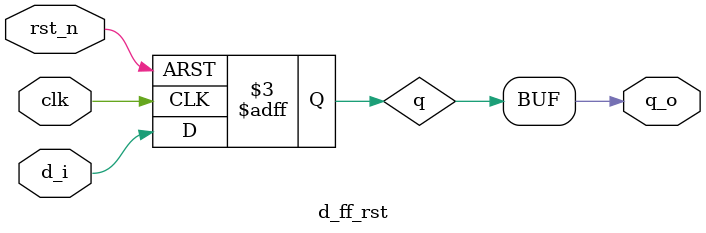
<source format=v>

`timescale 1ns / 1ps


module d_ff_rst
(
input d_i,
input rst_n,    // Active-low reset
input clk,
output q_o
);

reg q;

// always@(posedge clk) begin // Synchronous reset
always@(posedge clk, negedge rst_n) begin   // Asynchronous reset
    if (rst_n == 1'b0) begin
        q <= 1'b0;
    end
    else begin
        q <= d_i;    
    end    
end

assign q_o = q;

endmodule
</source>
